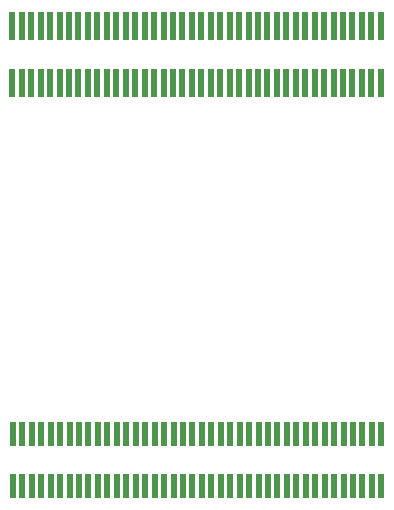
<source format=gbr>
%TF.GenerationSoftware,KiCad,Pcbnew,6.0.4-6f826c9f35~116~ubuntu20.04.1*%
%TF.CreationDate,2022-04-13T10:42:55+07:00*%
%TF.ProjectId,BTB2Header,42544232-4865-4616-9465-722e6b696361,rev?*%
%TF.SameCoordinates,Original*%
%TF.FileFunction,Paste,Top*%
%TF.FilePolarity,Positive*%
%FSLAX46Y46*%
G04 Gerber Fmt 4.6, Leading zero omitted, Abs format (unit mm)*
G04 Created by KiCad (PCBNEW 6.0.4-6f826c9f35~116~ubuntu20.04.1) date 2022-04-13 10:42:55*
%MOMM*%
%LPD*%
G01*
G04 APERTURE LIST*
%ADD10R,0.500000X2.400000*%
%ADD11R,0.500000X2.000000*%
G04 APERTURE END LIST*
D10*
%TO.C,CN1*%
X139125525Y-66943518D03*
X139125525Y-71743518D03*
X138325525Y-66943518D03*
X138325525Y-71743518D03*
X137525525Y-66943518D03*
X137525525Y-71743518D03*
X136725525Y-66943518D03*
X136725525Y-71743518D03*
X135925525Y-66943518D03*
X135925525Y-71743518D03*
X135125525Y-66943518D03*
X135125525Y-71743518D03*
X134325525Y-66943518D03*
X134325525Y-71743518D03*
X133525525Y-66943518D03*
X133525525Y-71743518D03*
X132725525Y-66943518D03*
X132725525Y-71743518D03*
X131925525Y-66943518D03*
X131925525Y-71743518D03*
X131125525Y-66943518D03*
X131125525Y-71743518D03*
X130325525Y-66943518D03*
X130325525Y-71743518D03*
X129525525Y-66943518D03*
X129525525Y-71743518D03*
X128725525Y-66943518D03*
X128725525Y-71743518D03*
X127925525Y-66943518D03*
X127925525Y-71743518D03*
X127125525Y-66943518D03*
X127125525Y-71743518D03*
X126325525Y-66943518D03*
X126325525Y-71743518D03*
X125525525Y-66943518D03*
X125525525Y-71743518D03*
X124725525Y-66943518D03*
X124725525Y-71743518D03*
X123925525Y-66943518D03*
X123925525Y-71743518D03*
X123125525Y-66943518D03*
X123125525Y-71743518D03*
X122325525Y-66943518D03*
X122325525Y-71743518D03*
X121525525Y-66943518D03*
X121525525Y-71743518D03*
X120725525Y-66943518D03*
X120725525Y-71743518D03*
X119925525Y-66943518D03*
X119925525Y-71743518D03*
X119125525Y-66943518D03*
X119125525Y-71743518D03*
X118325525Y-66943518D03*
X118325525Y-71743518D03*
X117525525Y-66943518D03*
X117525525Y-71743518D03*
X116725525Y-66943518D03*
X116725525Y-71743518D03*
X115925525Y-66943518D03*
X115925525Y-71743518D03*
X115125525Y-66943518D03*
X115125525Y-71743518D03*
X114325525Y-66943518D03*
X114325525Y-71743518D03*
X113525525Y-66943518D03*
X113525525Y-71743518D03*
X112725525Y-66943518D03*
X112725525Y-71743518D03*
X111925525Y-66943518D03*
X111925525Y-71743518D03*
X111125525Y-66943518D03*
X111125525Y-71743518D03*
X110325525Y-66943518D03*
X110325525Y-71743518D03*
X109525525Y-66943518D03*
X109525525Y-71743518D03*
X108725525Y-66943518D03*
X108725525Y-71743518D03*
X107925525Y-66943518D03*
X107925525Y-71743518D03*
%TD*%
D11*
%TO.C,CN2*%
X107971876Y-105855277D03*
X107971876Y-101455277D03*
X108771876Y-105855277D03*
X108771876Y-101455277D03*
X109571876Y-105855277D03*
X109571876Y-101455277D03*
X110371876Y-105855277D03*
X110371876Y-101455277D03*
X111171876Y-105855277D03*
X111171876Y-101455277D03*
X111971876Y-105855277D03*
X111971876Y-101455277D03*
X112771876Y-105855277D03*
X112771876Y-101455277D03*
X113571876Y-105855277D03*
X113571876Y-101455277D03*
X114371876Y-105855277D03*
X114371876Y-101455277D03*
X115171876Y-105855277D03*
X115171876Y-101455277D03*
X115971876Y-105855277D03*
X115971876Y-101455277D03*
X116771876Y-105855277D03*
X116771876Y-101455277D03*
X117571876Y-105855277D03*
X117571876Y-101455277D03*
X118371876Y-105855277D03*
X118371876Y-101455277D03*
X119171876Y-105855277D03*
X119171876Y-101455277D03*
X119971876Y-105855277D03*
X119971876Y-101455277D03*
X120771876Y-105855277D03*
X120771876Y-101455277D03*
X121571876Y-105855277D03*
X121571876Y-101455277D03*
X122371876Y-105855277D03*
X122371876Y-101455277D03*
X123171876Y-105855277D03*
X123171876Y-101455277D03*
X123971876Y-105855277D03*
X123971876Y-101455277D03*
X124771876Y-105855277D03*
X124771876Y-101455277D03*
X125571876Y-105855277D03*
X125571876Y-101455277D03*
X126371876Y-105855277D03*
X126371876Y-101455277D03*
X127171876Y-105855277D03*
X127171876Y-101455277D03*
X127971876Y-105855277D03*
X127971876Y-101455277D03*
X128771876Y-105855277D03*
X128771876Y-101455277D03*
X129571876Y-105855277D03*
X129571876Y-101455277D03*
X130371876Y-105855277D03*
X130371876Y-101455277D03*
X131171876Y-105855277D03*
X131171876Y-101455277D03*
X131971876Y-105855277D03*
X131971876Y-101455277D03*
X132771876Y-105855277D03*
X132771876Y-101455277D03*
X133571876Y-105855277D03*
X133571876Y-101455277D03*
X134371876Y-105855277D03*
X134371876Y-101455277D03*
X135171876Y-105855277D03*
X135171876Y-101455277D03*
X135971876Y-105855277D03*
X135971876Y-101455277D03*
X136771876Y-105855277D03*
X136771876Y-101455277D03*
X137571876Y-105855277D03*
X137571876Y-101455277D03*
X138371876Y-105855277D03*
X138371876Y-101455277D03*
X139171876Y-105855277D03*
X139171876Y-101455277D03*
%TD*%
M02*

</source>
